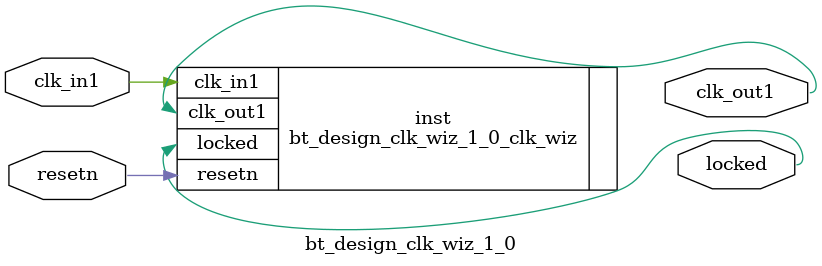
<source format=v>


`timescale 1ps/1ps

(* CORE_GENERATION_INFO = "bt_design_clk_wiz_1_0,clk_wiz_v5_3_1,{component_name=bt_design_clk_wiz_1_0,use_phase_alignment=true,use_min_o_jitter=false,use_max_i_jitter=false,use_dyn_phase_shift=false,use_inclk_switchover=false,use_dyn_reconfig=false,enable_axi=0,feedback_source=FDBK_AUTO,PRIMITIVE=MMCM,num_out_clk=1,clkin1_period=10.0,clkin2_period=10.0,use_power_down=false,use_reset=true,use_locked=true,use_inclk_stopped=false,feedback_type=SINGLE,CLOCK_MGR_TYPE=NA,manual_override=false}" *)

module bt_design_clk_wiz_1_0 
 (
 // Clock in ports
  input         clk_in1,
  // Clock out ports
  output        clk_out1,
  // Status and control signals
  input         resetn,
  output        locked
 );

  bt_design_clk_wiz_1_0_clk_wiz inst
  (
 // Clock in ports
  .clk_in1(clk_in1),
  // Clock out ports  
  .clk_out1(clk_out1),
  // Status and control signals               
  .resetn(resetn), 
  .locked(locked)            
  );

endmodule

</source>
